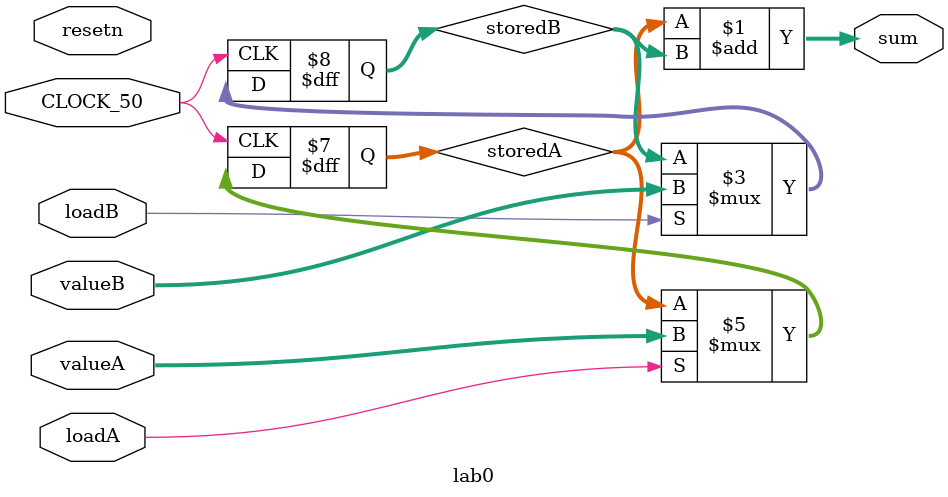
<source format=sv>
module lab0(input CLOCK_50, input resetn,
            input [3:0] valueA, input [3:0] valueB, 
            input loadA, input loadB, 
            output [4:0] sum);

    reg [3:0] storedA, storedB;

    assign sum = storedA + storedB;

    always @ (posedge CLOCK_50) begin
//      if (~resetn) begin
//          storedA <= 3'b0;
//          storedB <= 3'b0;
//      end
//      else
//      begin
            if (loadA) begin
                storedA <= valueA;
            end
            if (loadB) begin
                storedB <= valueB;
            end
//      end
    end

endmodule

</source>
